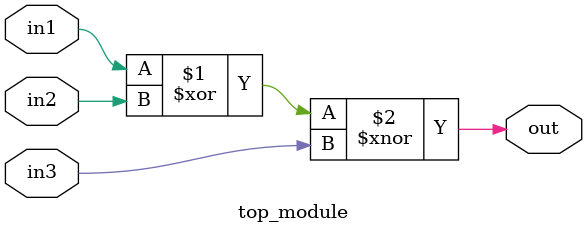
<source format=v>
module top_module (
    input in1,
    input in2,
    input in3,
    output out);
  assign out = (in1^in2)~^in3;
endmodule

</source>
